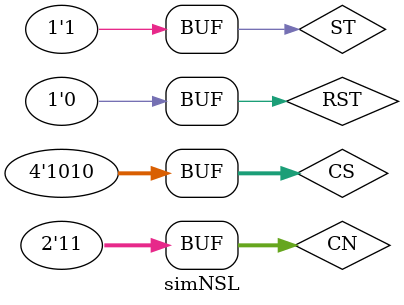
<source format=v>
`timescale 1ns / 1ps

module simNSL();
wire [3:0]NS;
reg RST;
reg [0:1]CN;
reg ST;
reg [3:0]CS;
NSL NextStateLogic(ST,RST,CN,CS,NS);
initial
begin
RST <=0;
CS[3]<=0;
CS[2]<=0;
CS[1]<=0;
CS[0]<=0;
ST <= 0;
CN[1]<=0;
CN[0]<=0;
$monitor($time,"Next State = %b%b%b%b, Current State = %b%b%b%b, ST = %b,RST = %b, Coin %b%b =",NS[3],NS[2],NS[1],NS[0],CS[3],CS[2],CS[1],CS[0],ST,RST,CN[1],CN[0]);
#5  CS[3] = 1;
    CS[2] = 0;
    CS[1] = 1;
    CS[0] = 0;
    CN[1] = 1;
    CN [0] = 0;
    ST = 1;

#5 CS[3] = 1;
    CS[2] = 0;
    CS[1] = 1;
    CS[0] = 0;
    CN[1]= 1;
    CN[0] = 1;
    ST = 1;
end
endmodule

</source>
